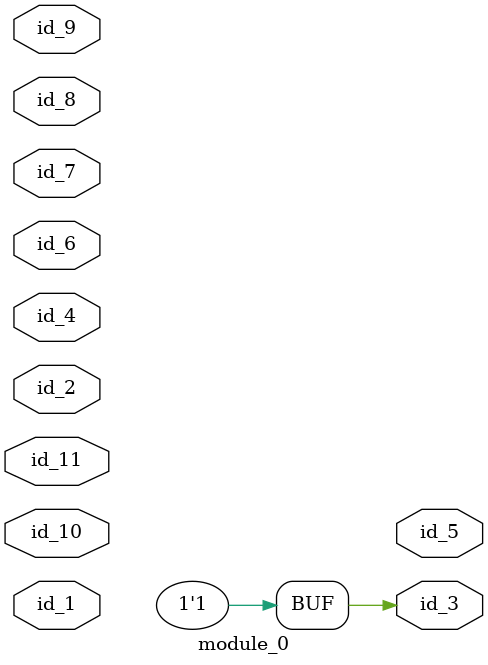
<source format=v>
module module_0 (
    id_1,
    id_2,
    id_3,
    id_4,
    id_5,
    id_6,
    id_7,
    id_8,
    id_9,
    id_10,
    id_11
);
  input id_11;
  inout id_10;
  inout id_9;
  input id_8;
  input id_7;
  inout id_6;
  output id_5;
  inout id_4;
  output id_3;
  input id_2;
  inout id_1;
  always begin
    id_3 <= 1;
  end
endmodule

</source>
